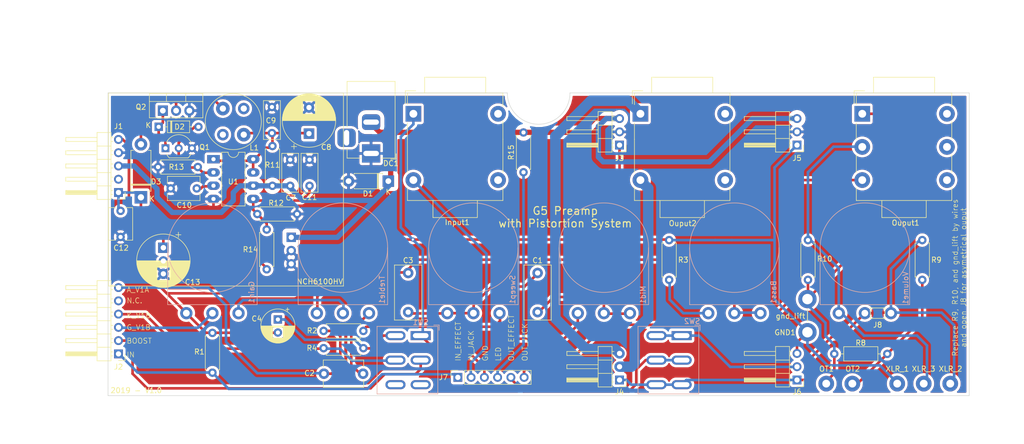
<source format=kicad_pcb>
(kicad_pcb (version 20171130) (host pcbnew "(5.1.0)-1")
  (title_block (title "Pream G5 with Pistortion System") (date 2019-04-21) (rev RC1) (company http://www.projetg5.com) (comment 2 "Licence under Creative Commons BY-NC-SA 4.0") (comment 3 "with A-wai Amplification and LemonAmps") (comment 4 http://www.projetg5.com))
  (layers (0 F.Cu signal) (31 B.Cu signal) (34 B.Paste user) (35 F.Paste user) (36 B.SilkS user) (37 F.SilkS user) (38 B.Mask user) (39 F.Mask user) (44 Edge.Cuts user))
  (net 0 "")
  (net 1 +24V)
  (net 2 "Net-(C1-Pad2)")
  (net 3 "Net-(C1-Pad1)")
  (net 4 "Net-(C2-Pad1)")
  (net 5 "Net-(C4-Pad1)")
  (net 6 "Net-(R2-Pad2)")
  (net 7 "Net-(Bass1-Pad1)")
  (net 8 "Net-(Bass1-Pad2)")
  (net 9 /SIMCAB_OUT)
  (net 10 "Net-(Gain1-Pad3)")
  (net 11 "Net-(GND1-Pad1)")
  (net 12 "Net-(OT2-Pad1)")
  (net 13 /A_V1A)
  (net 14 /G_V1B)
  (net 15 /IN_EFFECT)
  (net 16 /K_V1B)
  (net 17 "Net-(Ouput1-PadR)")
  (net 18 GNDS)
  (net 19 "Net-(J8-Pad1)")
  (net 20 /PEAK)
  (net 21 "Net-(C10-Pad1)")
  (net 22 "Net-(C11-Pad1)")
  (net 23 /HT2)
  (net 24 "Net-(D2-Pad1)")
  (net 25 "Net-(D2-Pad2)")
  (net 26 /HT1)
  (net 27 GNDREF)
  (net 28 /BOOST)
  (net 29 /LINE_OUT)
  (net 30 /HP2)
  (net 31 /HP1)
  (net 32 "Net-(J1-Pad2)")
  (net 33 "Net-(J2-Pad5)")
  (net 34 "Net-(SW1-Pad3)")
  (net 35 "Net-(SW1-Pad6)")
  (net 36 /IN_JACK)
  (net 37 /LED)
  (net 38 /OUT_EFFECT)
  (net 39 /OUT_JACK)
  (module Converter_DCDC:NCH6100HV (layer F.Cu) (at 125.1 139 180)
    (fp_text reference NCH6100HV (at 4.5 0.85 180) (layer F.SilkS))
    (fp_text value NCH6100HV)
    (pad 4 thru_hole rect (at 34.5 7.34 180) (size 1.8 1.8) (drill 1) (layers *.Cu *.Mask) (net 23 /HT2))
    (pad 5 thru_hole circle (at 34.5 4.8 180) (size 1.8 1.8) (drill 1) (layers *.Cu *.Mask) (net 27 GNDREF))
    (pad 1 thru_hole rect (at 10 9.33 180) (size 1.8 1.8) (drill 1) (layers *.Cu *.Mask) (net 1 +24V))
    (pad 2 thru_hole circle (at 10 6.79 180) (size 1.8 1.8) (drill 1) (layers *.Cu *.Mask) (net 27 GNDREF))
    (pad 3 thru_hole circle (at 10 4.25 180) (size 1.8 1.8) (drill 1) (layers *.Cu *.Mask) (net 27 GNDREF))
  )
  (module ProjectLib_main:Jack_6.35mm_Neutrik_NMJ4HCD2_Horizontal (layer F.Cu) (at 182 118.7 90)
    (fp_text reference Ouput2 (at -8.3 8.1 180) (layer F.SilkS))
    (fp_text value HP)
    (pad TN thru_hole circle (at 0 16.23 90) (size 3 3) (drill 1.5) (layers *.Cu *.Mask))
    (pad SN thru_hole circle (at 12.7 16.23 90) (size 3 3) (drill 1.5) (layers *.Cu *.Mask))
    (pad T thru_hole circle (at 0 0 90) (size 3 3) (drill 1.5) (layers *.Cu *.Mask) (net 31 /HP1))
    (pad S thru_hole rect (at 12.7 0 90) (size 3 3) (drill 1.5) (layers *.Cu *.Mask) (net 30 /HP2))
  )
  (module ProjectLib_main:Jack_6.35mm_Neutrik_NMJ4HCD2_Horizontal (layer F.Cu) (at 138.5 118.7 90)
    (fp_text reference Input1 (at -8.1 8.4 180) (layer F.SilkS))
    (fp_text value Input)
    (pad TN thru_hole circle (at 0 16.23 90) (size 3 3) (drill 1.5) (layers *.Cu *.Mask))
    (pad SN thru_hole circle (at 12.7 16.23 90) (size 3 3) (drill 1.5) (layers *.Cu *.Mask))
    (pad T thru_hole circle (at 0 0 90) (size 3 3) (drill 1.5) (layers *.Cu *.Mask) (net 36 /IN_JACK))
    (pad S thru_hole rect (at 12.7 0 90) (size 3 3) (drill 1.5) (layers *.Cu *.Mask) (net 18 GNDS))
  )
  (module Connector_Audio:Jack_3.5mm_Neutrik_NMJ6HCD2_Horizontal (layer F.Cu) (at 224.5 118.7 90)
    (fp_text reference Ouput1 (at -8.2 8.3 180) (layer F.SilkS))
    (fp_text value Out)
    (pad S thru_hole rect (at 12.7 0 90) (size 3 3) (drill 1.5) (layers *.Cu *.Mask) (net 11 "Net-(GND1-Pad1)"))
    (pad T thru_hole circle (at 0 0 90) (size 3 3) (drill 1.5) (layers *.Cu *.Mask) (net 39 /OUT_JACK))
    (pad R thru_hole circle (at 6.35 0 90) (size 3 3) (drill 1.5) (layers *.Cu *.Mask) (net 17 "Net-(Ouput1-PadR)"))
    (pad SN thru_hole circle (at 12.7 16.23 90) (size 3 3) (drill 1.5) (layers *.Cu *.Mask))
    (pad TN thru_hole circle (at 0 16.23 90) (size 3 3) (drill 1.5) (layers *.Cu *.Mask))
    (pad RN thru_hole circle (at 6.35 16.23 90) (size 3 3) (drill 1.5) (layers *.Cu *.Mask))
  )
  (module Capacitor_THT:CP_Radial_D6.3mm_P2.50mm (layer F.Cu) (at 112.54 145.41 270)
    (fp_text reference C4 (at -0.15 4.05) (layer F.SilkS))
    (fp_text value 22µF/35V)
    (pad 2 thru_hole circle (at 2.5 0 270) (size 1.6 1.6) (drill 0.8) (layers *.Cu *.Mask) (net 18 GNDS))
    (pad 1 thru_hole rect (at 0 0 270) (size 1.6 1.6) (drill 0.8) (layers *.Cu *.Mask) (net 5 "Net-(C4-Pad1)"))
  )
  (module Potentiometer_THT:Potentiometer_Omeg_PC16BU_Vertical (layer B.Cu) (at 95 144.2 90)
    (fp_text reference Gain1 (at 4 12.5 90) (layer B.SilkS) (effects (justify mirror)))
    (fp_text value "1M log")
    (pad 3 thru_hole circle (at 0 10 90) (size 2.34 2.34) (drill 1.3) (layers *.Cu *.Mask) (net 10 "Net-(Gain1-Pad3)"))
    (pad 2 thru_hole circle (at 0 5 90) (size 2.34 2.34) (drill 1.3) (layers *.Cu *.Mask) (net 14 /G_V1B))
    (pad 1 thru_hole circle (at 0 0 90) (size 2.34 2.34) (drill 1.3) (layers *.Cu *.Mask) (net 18 GNDS))
  )
  (module Potentiometer_THT:Potentiometer_Omeg_PC16BU_Vertical (layer B.Cu) (at 145 144.2 90)
    (fp_text reference Sweep1 (at 4.5 12.5 90) (layer B.SilkS) (effects (justify mirror)))
    (fp_text value "50k lin")
    (pad 3 thru_hole circle (at 0 10 90) (size 2.34 2.34) (drill 1.3) (layers *.Cu *.Mask) (net 6 "Net-(R2-Pad2)"))
    (pad 2 thru_hole circle (at 0 5 90) (size 2.34 2.34) (drill 1.3) (layers *.Cu *.Mask) (net 3 "Net-(C1-Pad1)"))
    (pad 1 thru_hole circle (at 0 0 90) (size 2.34 2.34) (drill 1.3) (layers *.Cu *.Mask) (net 3 "Net-(C1-Pad1)"))
  )
  (module Potentiometer_THT:Potentiometer_Omeg_PC16BU_Vertical (layer B.Cu) (at 170 144.2 90)
    (fp_text reference Mid1 (at 3.5 12.5 90) (layer B.SilkS) (effects (justify mirror)))
    (fp_text value "100k log")
    (pad 3 thru_hole circle (at 0 10 90) (size 2.34 2.34) (drill 1.3) (layers *.Cu *.Mask) (net 2 "Net-(C1-Pad2)"))
    (pad 2 thru_hole circle (at 0 5 90) (size 2.34 2.34) (drill 1.3) (layers *.Cu *.Mask) (net 2 "Net-(C1-Pad2)"))
    (pad 1 thru_hole circle (at 0 0 90) (size 2.34 2.34) (drill 1.3) (layers *.Cu *.Mask) (net 18 GNDS))
  )
  (module Potentiometer_THT:Potentiometer_Omeg_PC16BU_Vertical (layer B.Cu) (at 120 144.2 90)
    (fp_text reference Treble1 (at 4.5 12.5 90) (layer B.SilkS) (effects (justify mirror)))
    (fp_text value "250k lin")
    (pad 3 thru_hole circle (at 0 10 90) (size 2.34 2.34) (drill 1.3) (layers *.Cu *.Mask) (net 4 "Net-(C2-Pad1)"))
    (pad 2 thru_hole circle (at 0 5 90) (size 2.34 2.34) (drill 1.3) (layers *.Cu *.Mask) (net 10 "Net-(Gain1-Pad3)"))
    (pad 1 thru_hole circle (at 0 0 90) (size 2.34 2.34) (drill 1.3) (layers *.Cu *.Mask) (net 8 "Net-(Bass1-Pad2)"))
  )
  (module Potentiometer_THT:Potentiometer_Omeg_PC16BU_Vertical (layer B.Cu) (at 195 144.2 90)
    (fp_text reference Bass1 (at 4 12.5 90) (layer B.SilkS) (effects (justify mirror)))
    (fp_text value "250k log")
    (pad 3 thru_hole circle (at 0 10 90) (size 2.34 2.34) (drill 1.3) (layers *.Cu *.Mask) (net 8 "Net-(Bass1-Pad2)"))
    (pad 2 thru_hole circle (at 0 5 90) (size 2.34 2.34) (drill 1.3) (layers *.Cu *.Mask) (net 8 "Net-(Bass1-Pad2)"))
    (pad 1 thru_hole circle (at 0 0 90) (size 2.34 2.34) (drill 1.3) (layers *.Cu *.Mask) (net 7 "Net-(Bass1-Pad1)"))
  )
  (module Potentiometer_THT:Potentiometer_Omeg_PC16BU_Vertical (layer B.Cu) (at 220 144.2 90)
    (fp_text reference Volume1 (at 4.8 12.8 90) (layer B.SilkS) (effects (justify mirror)))
    (fp_text value 1k)
    (pad 3 thru_hole circle (at 0 10 90) (size 2.34 2.34) (drill 1.3) (layers *.Cu *.Mask) (net 19 "Net-(J8-Pad1)"))
    (pad 2 thru_hole circle (at 0 5 90) (size 2.34 2.34) (drill 1.3) (layers *.Cu *.Mask) (net 29 /LINE_OUT))
    (pad 1 thru_hole circle (at 0 0 90) (size 2.34 2.34) (drill 1.3) (layers *.Cu *.Mask) (net 17 "Net-(Ouput1-PadR)"))
  )
  (module Diode_THT:D_DO-41_SOD81_P7.62mm_Horizontal (layer F.Cu) (at 133.7 118.9 180)
    (fp_text reference D1 (at 3.9 -2.4) (layer F.SilkS))
    (fp_text value 1N4007)
    (fp_text user K (at 0 -2.1 180) (layer F.SilkS))
    (pad 1 thru_hole rect (at 0 0 180) (size 2.2 2.2) (drill 1.1) (layers *.Cu *.Mask) (net 1 +24V))
    (pad 2 thru_hole oval (at 7.62 0 180) (size 2.2 2.2) (drill 1.1) (layers *.Cu *.Mask) (net 27 GNDREF))
  )
  (module Connector_Wire:SolderWirePad_1x01_Drill2mm (layer F.Cu) (at 222.68 157.2)
    (fp_text reference OT2 (at -0.01 -2.32) (layer F.SilkS))
    (fp_text value 125A)
    (pad 1 thru_hole circle (at -0.08 0.5) (size 3 3) (drill 1.5) (layers *.Cu *.Mask) (net 12 "Net-(OT2-Pad1)"))
  )
  (module Connector_Wire:SolderWirePad_1x01_Drill2mm (layer F.Cu) (at 217.6 157.2)
    (fp_text reference OT1 (at 0.04 -2.32) (layer F.SilkS))
    (fp_text value 125A)
    (pad 1 thru_hole circle (at 0 0.5) (size 3 3) (drill 1.5) (layers *.Cu *.Mask) (net 11 "Net-(GND1-Pad1)"))
  )
  (module Connector_BarrelJack:BarrelJack_Horizontal (layer F.Cu) (at 130.4 113.6 270)
    (fp_text reference DC1 (at 1.9 -3.8) (layer F.SilkS))
    (fp_text value Barrel_Jack)
    (pad 1 thru_hole rect (at 0 0 270) (size 3.5 3.5) (drill oval 1 3) (layers *.Cu *.Mask) (net 27 GNDREF))
    (pad 2 thru_hole roundrect (at -6 0 270) (size 3 3.5) (drill oval 1 3) (layers *.Cu *.Mask) (net 1 +24V))
    (pad 3 thru_hole roundrect (at -3 4.7 270) (size 3.5 3.5) (drill oval 3 1) (layers *.Cu *.Mask))
  )
  (module Connector_Wire:SolderWirePad_1x02_P7.62mm_Drill2mm (layer F.Cu) (at 214 141.5 270)
    (fp_text reference GND1 (at 6.4 4.3) (layer F.SilkS))
    (fp_text value GND)
    (pad 1 thru_hole circle (at 0 0 270) (size 3.5 3.5) (drill 2) (layers *.Cu *.Mask) (net 11 "Net-(GND1-Pad1)"))
    (pad 2 thru_hole circle (at 6.35 0 270) (size 3.5 3.5) (drill 2) (layers *.Cu *.Mask) (net 18 GNDS))
  )
  (module Connector_Wire:SolderWirePad_1x01_Drill2mm (layer F.Cu) (at 231.2 157.2)
    (fp_text reference XLR_1 (at 0.02 -2.32) (layer F.SilkS))
    (fp_text value 1)
    (pad 1 thru_hole circle (at 0 0.5) (size 3 3) (drill 1.5) (layers *.Cu *.Mask) (net 18 GNDS))
  )
  (module Connector_Wire:SolderWirePad_1x01_Drill2mm (layer F.Cu) (at 241.36 157.2)
    (fp_text reference XLR_2 (at 0.05 -2.32) (layer F.SilkS))
    (fp_text value 2)
    (pad 1 thru_hole circle (at 0 0.5) (size 3 3) (drill 1.5) (layers *.Cu *.Mask) (net 19 "Net-(J8-Pad1)"))
  )
  (module Connector_Wire:SolderWirePad_1x01_Drill2mm (layer F.Cu) (at 236.28 157.2)
    (fp_text reference XLR_3 (at -0.03 -2.32) (layer F.SilkS))
    (fp_text value 3)
    (pad 1 thru_hole circle (at 0 0.5) (size 3 3) (drill 1.5) (layers *.Cu *.Mask) (net 17 "Net-(Ouput1-PadR)"))
  )
  (module Capacitor_THT:C_Disc_D7.5mm_W5.0mm_P7.50mm (layer F.Cu) (at 128.86 155.8 180)
    (fp_text reference C2 (at 10.26 0.1) (layer F.SilkS))
    (fp_text value 250pF)
    (pad 1 thru_hole circle (at 0 0 180) (size 2 2) (drill 1) (layers *.Cu *.Mask) (net 4 "Net-(C2-Pad1)"))
    (pad 2 thru_hole circle (at 7.5 0 180) (size 2 2) (drill 1) (layers *.Cu *.Mask) (net 13 /A_V1A))
  )
  (module Jumper:SolderJumper-2_P1.3mm_Open_Pad1.0x1.5mm (layer F.Cu) (at 227.45 144.2 180)
    (fp_text reference J8 (at 0 -2.25 180) (layer F.SilkS))
    (fp_text value "LEVEL 3-2")
    (pad 2 smd rect (at 0.65 0 180) (size 1 1.5) (layers F.Cu F.Mask) (net 29 /LINE_OUT))
    (pad 1 smd rect (at -0.65 0 180) (size 1 1.5) (layers F.Cu F.Mask) (net 19 "Net-(J8-Pad1)"))
  )
  (module Resistor_THT:R_Axial_DIN0207_L6.3mm_D2.5mm_P7.62mm_Horizontal (layer F.Cu) (at 100 155.6 90)
    (fp_text reference R1 (at 4 -2.5) (layer F.SilkS))
    (fp_text value 1M)
    (pad 1 thru_hole circle (at 0 0 90) (size 1.6 1.6) (drill 0.8) (layers *.Cu *.Mask) (net 15 /IN_EFFECT))
    (pad 2 thru_hole oval (at 7.62 0 90) (size 1.6 1.6) (drill 0.8) (layers *.Cu *.Mask) (net 18 GNDS))
  )
  (module Resistor_THT:R_Axial_DIN0207_L6.3mm_D2.5mm_P7.62mm_Horizontal (layer F.Cu) (at 121.3 147.6)
    (fp_text reference R2 (at -2.2 -0.05) (layer F.SilkS))
    (fp_text value 47k)
    (pad 1 thru_hole circle (at 0 0) (size 1.6 1.6) (drill 0.8) (layers *.Cu *.Mask) (net 13 /A_V1A))
    (pad 2 thru_hole oval (at 7.62 0) (size 1.6 1.6) (drill 0.8) (layers *.Cu *.Mask) (net 6 "Net-(R2-Pad2)"))
  )
  (module Resistor_THT:R_Axial_DIN0207_L6.3mm_D2.5mm_P7.62mm_Horizontal (layer F.Cu) (at 187.5 137.82 90)
    (fp_text reference R3 (at 3.82 2.7 180) (layer F.SilkS))
    (fp_text value 15k)
    (pad 1 thru_hole circle (at 0 0 90) (size 1.6 1.6) (drill 0.8) (layers *.Cu *.Mask) (net 7 "Net-(Bass1-Pad1)"))
    (pad 2 thru_hole oval (at 7.62 0 90) (size 1.6 1.6) (drill 0.8) (layers *.Cu *.Mask) (net 18 GNDS))
  )
  (module Resistor_THT:R_Axial_DIN0207_L6.3mm_D2.5mm_P7.62mm_Horizontal (layer F.Cu) (at 121.3 150.9)
    (fp_text reference R4 (at -2.25 0) (layer F.SilkS))
    (fp_text value 100k)
    (pad 2 thru_hole oval (at 7.62 0) (size 1.6 1.6) (drill 0.8) (layers *.Cu *.Mask) (net 5 "Net-(C4-Pad1)"))
    (pad 1 thru_hole circle (at 0 0) (size 1.6 1.6) (drill 0.8) (layers *.Cu *.Mask) (net 16 /K_V1B))
  )
  (module Resistor_THT:R_Axial_DIN0207_L6.3mm_D2.5mm_P10.16mm_Horizontal (layer F.Cu) (at 229.3 152 180)
    (fp_text reference R8 (at 5.1 2.1) (layer F.SilkS))
    (fp_text value 100R/2W)
    (pad 1 thru_hole circle (at 0 0 180) (size 1.6 1.6) (drill 0.8) (layers *.Cu *.Mask) (net 12 "Net-(OT2-Pad1)"))
    (pad 2 thru_hole oval (at 10.16 0 180) (size 1.6 1.6) (drill 0.8) (layers *.Cu *.Mask) (net 11 "Net-(GND1-Pad1)"))
  )
  (module Resistor_THT:R_Axial_DIN0207_L6.3mm_D2.5mm_P7.62mm_Horizontal (layer F.Cu) (at 236 130.2 270)
    (fp_text reference R9 (at 3.8 -2.7) (layer F.SilkS))
    (fp_text value 330R)
    (pad 2 thru_hole oval (at 7.62 0 270) (size 1.6 1.6) (drill 0.8) (layers *.Cu *.Mask) (net 12 "Net-(OT2-Pad1)"))
    (pad 1 thru_hole circle (at 0 0 270) (size 1.6 1.6) (drill 0.8) (layers *.Cu *.Mask) (net 19 "Net-(J8-Pad1)"))
  )
  (module Resistor_THT:R_Axial_DIN0207_L6.3mm_D2.5mm_P7.62mm_Horizontal (layer F.Cu) (at 214.1 130.2 270)
    (fp_text reference R10 (at 3.6 -3.2) (layer F.SilkS))
    (fp_text value 330R)
    (pad 1 thru_hole circle (at 0 0 270) (size 1.6 1.6) (drill 0.8) (layers *.Cu *.Mask) (net 17 "Net-(Ouput1-PadR)"))
    (pad 2 thru_hole oval (at 7.62 0 270) (size 1.6 1.6) (drill 0.8) (layers *.Cu *.Mask) (net 11 "Net-(GND1-Pad1)"))
  )
  (module Connector_PinHeader_2.54mm:PinHeader_1x03_P2.54mm_Horizontal (layer F.Cu) (at 178 112 180)
    (fp_text reference J3 (at 0 -2.5 180) (layer F.SilkS))
    (fp_text value PSU_AMP)
    (pad 3 thru_hole oval (at 0 5.08 180) (size 1.7 1.7) (drill 1) (layers *.Cu *.Mask) (net 1 +24V))
    (pad 2 thru_hole oval (at 0 2.54 180) (size 1.7 1.7) (drill 1) (layers *.Cu *.Mask) (net 27 GNDREF))
    (pad 1 thru_hole rect (at 0 0 180) (size 1.7 1.7) (drill 1) (layers *.Cu *.Mask) (net 18 GNDS))
  )
  (module Connector_PinHeader_2.54mm:PinHeader_1x03_P2.54mm_Horizontal (layer F.Cu) (at 212 112 180)
    (fp_text reference J5 (at 0 -2.5 180) (layer F.SilkS))
    (fp_text value PSU_SIMCAB)
    (pad 1 thru_hole rect (at 0 0 180) (size 1.7 1.7) (drill 1) (layers *.Cu *.Mask) (net 18 GNDS))
    (pad 2 thru_hole oval (at 0 2.54 180) (size 1.7 1.7) (drill 1) (layers *.Cu *.Mask) (net 27 GNDREF))
    (pad 3 thru_hole oval (at 0 5.08 180) (size 1.7 1.7) (drill 1) (layers *.Cu *.Mask) (net 1 +24V))
  )
  (module Connector_PinHeader_2.54mm:PinHeader_1x06_P2.54mm_Horizontal (layer F.Cu) (at 82 152 180)
    (fp_text reference J2 (at 0 -2.5 180) (layer F.SilkS))
    (fp_text value PCB_TUBE)
    (pad 1 thru_hole rect (at 0 0 180) (size 1.7 1.7) (drill 1) (layers *.Cu *.Mask) (net 15 /IN_EFFECT))
    (pad 2 thru_hole oval (at 0 2.54 180) (size 1.7 1.7) (drill 1) (layers *.Cu *.Mask) (net 28 /BOOST))
    (pad 3 thru_hole oval (at 0 5.08 180) (size 1.7 1.7) (drill 1) (layers *.Cu *.Mask) (net 14 /G_V1B))
    (pad 4 thru_hole oval (at 0 7.62 180) (size 1.7 1.7) (drill 1) (layers *.Cu *.Mask) (net 16 /K_V1B))
    (pad 5 thru_hole oval (at 0 10.16 180) (size 1.7 1.7) (drill 1) (layers *.Cu *.Mask) (net 33 "Net-(J2-Pad5)"))
    (pad 6 thru_hole oval (at 0 12.7 180) (size 1.7 1.7) (drill 1) (layers *.Cu *.Mask) (net 13 /A_V1A))
  )
  (module Connector_PinHeader_2.54mm:PinHeader_1x03_P2.54mm_Horizontal (layer F.Cu) (at 212 157 180)
    (fp_text reference J6 (at 0 -2.27 180) (layer F.SilkS))
    (fp_text value SIMCAB)
    (pad 1 thru_hole rect (at 0 0 180) (size 1.7 1.7) (drill 1) (layers *.Cu *.Mask) (net 29 /LINE_OUT))
    (pad 2 thru_hole oval (at 0 2.54 180) (size 1.7 1.7) (drill 1) (layers *.Cu *.Mask) (net 9 /SIMCAB_OUT))
    (pad 3 thru_hole oval (at 0 5.08 180) (size 1.7 1.7) (drill 1) (layers *.Cu *.Mask) (net 18 GNDS))
  )
  (module Connector_PinHeader_2.54mm:PinHeader_1x03_P2.54mm_Horizontal (layer F.Cu) (at 178 157 180)
    (fp_text reference J4 (at 0 -2.27 180) (layer F.SilkS))
    (fp_text value AMP)
    (pad 3 thru_hole oval (at 0 5.08 180) (size 1.7 1.7) (drill 1) (layers *.Cu *.Mask) (net 30 /HP2))
    (pad 2 thru_hole oval (at 0 2.54 180) (size 1.7 1.7) (drill 1) (layers *.Cu *.Mask) (net 31 /HP1))
    (pad 1 thru_hole rect (at 0 0 180) (size 1.7 1.7) (drill 1) (layers *.Cu *.Mask) (net 29 /LINE_OUT))
  )
  (module Capacitor_THT:C_Rect_L7.2mm_W3.0mm_P5.00mm_FKS2_FKP2_MKS2_MKP2 (layer F.Cu) (at 114.9 119.8 90)
    (fp_text reference C7 (at -2.3 0.1 180) (layer F.SilkS))
    (fp_text value 100n)
    (pad 2 thru_hole circle (at 5 0 90) (size 1.6 1.6) (drill 0.8) (layers *.Cu *.Mask) (net 27 GNDREF))
    (pad 1 thru_hole circle (at 0 0 90) (size 1.6 1.6) (drill 0.8) (layers *.Cu *.Mask) (net 1 +24V))
  )
  (module Capacitor_THT:CP_Radial_D10.0mm_P5.00mm (layer F.Cu) (at 118.5 109.8 90)
    (fp_text reference C8 (at -2.6 3.3 180) (layer F.SilkS))
    (fp_text value 470µ)
    (pad 2 thru_hole circle (at 5 0 90) (size 2 2) (drill 1) (layers *.Cu *.Mask) (net 27 GNDREF))
    (pad 1 thru_hole rect (at 0 0 90) (size 2 2) (drill 1) (layers *.Cu *.Mask) (net 20 /PEAK))
  )
  (module Capacitor_THT:C_Rect_L7.2mm_W3.0mm_P5.00mm_FKS2_FKP2_MKS2_MKP2 (layer F.Cu) (at 111.4 109.7 90)
    (fp_text reference C9 (at 2.4 -0.2 180) (layer F.SilkS))
    (fp_text value 100n)
    (pad 1 thru_hole circle (at 0 0 90) (size 1.6 1.6) (drill 0.8) (layers *.Cu *.Mask) (net 20 /PEAK))
    (pad 2 thru_hole circle (at 5 0 90) (size 1.6 1.6) (drill 0.8) (layers *.Cu *.Mask) (net 27 GNDREF))
  )
  (module Capacitor_THT:C_Disc_D6.0mm_W4.4mm_P5.00mm (layer F.Cu) (at 97 120.3 180)
    (fp_text reference C10 (at 2.4 -3.2 180) (layer F.SilkS))
    (fp_text value 470p)
    (pad 1 thru_hole circle (at 0 0 180) (size 1.6 1.6) (drill 0.8) (layers *.Cu *.Mask) (net 21 "Net-(C10-Pad1)"))
    (pad 2 thru_hole circle (at 5 0 180) (size 1.6 1.6) (drill 0.8) (layers *.Cu *.Mask) (net 27 GNDREF))
  )
  (module Capacitor_THT:C_Rect_L7.2mm_W3.0mm_P5.00mm_FKS2_FKP2_MKS2_MKP2 (layer F.Cu) (at 118.6 119.8 90)
    (fp_text reference C11 (at -2.2 0 180) (layer F.SilkS))
    (fp_text value 100n)
    (pad 1 thru_hole circle (at 0 0 90) (size 1.6 1.6) (drill 0.8) (layers *.Cu *.Mask) (net 22 "Net-(C11-Pad1)"))
    (pad 2 thru_hole circle (at 5 0 90) (size 1.6 1.6) (drill 0.8) (layers *.Cu *.Mask) (net 27 GNDREF))
  )
  (module Capacitor_THT:C_Disc_D6.0mm_W4.4mm_P5.00mm (layer F.Cu) (at 82.4 124.6 270)
    (fp_text reference C12 (at 7.1 -0.1 180) (layer F.SilkS))
    (fp_text value 10n/400V)
    (pad 2 thru_hole circle (at 5 0 270) (size 1.6 1.6) (drill 0.8) (layers *.Cu *.Mask) (net 27 GNDREF))
    (pad 1 thru_hole circle (at 0 0 270) (size 1.6 1.6) (drill 0.8) (layers *.Cu *.Mask) (net 23 /HT2))
  )
  (module Capacitor_THT:CP_Radial_D10.0mm_P5.00mm (layer F.Cu) (at 90.6 131.66 270)
    (fp_text reference C13 (at 6.6 -5.6) (layer F.SilkS))
    (fp_text value 4.7µ/350V)
    (pad 1 thru_hole rect (at 0 0 270) (size 2 2) (drill 1) (layers *.Cu *.Mask) (net 23 /HT2))
    (pad 2 thru_hole circle (at 5 0 270) (size 2 2) (drill 1) (layers *.Cu *.Mask) (net 27 GNDREF))
  )
  (module Diode_THT:D_DO-35_SOD27_P7.62mm_Horizontal (layer F.Cu) (at 89.7 108.5)
    (fp_text reference D2 (at 4 0) (layer F.SilkS))
    (fp_text value 1N4148)
    (fp_text user K (at -2 -0.3) (layer F.SilkS))
    (pad 1 thru_hole rect (at 0 0) (size 1.6 1.6) (drill 0.8) (layers *.Cu *.Mask) (net 24 "Net-(D2-Pad1)"))
    (pad 2 thru_hole oval (at 7.62 0) (size 1.6 1.6) (drill 0.8) (layers *.Cu *.Mask) (net 25 "Net-(D2-Pad2)"))
  )
  (module Diode_THT:D_DO-15_P10.16mm_Horizontal (layer F.Cu) (at 86.3 122 90)
    (fp_text reference D3 (at 3 2.9 180) (layer F.SilkS))
    (fp_text value BYV26)
    (fp_text user K (at -0.3 2.1 180) (layer F.SilkS))
    (pad 1 thru_hole rect (at 0 0 90) (size 2.4 2.4) (drill 1.2) (layers *.Cu *.Mask) (net 23 /HT2))
    (pad 2 thru_hole oval (at 10.16 0 90) (size 2.4 2.4) (drill 1.2) (layers *.Cu *.Mask) (net 26 /HT1))
  )
  (module Package_TO_SOT_THT:TO-92_Inline_Wide (layer F.Cu) (at 91 112.6)
    (fp_text reference Q1 (at 7.5 -0.2) (layer F.SilkS))
    (fp_text value MPS751)
    (pad 2 thru_hole circle (at 2.54 0 90) (size 1.5 1.5) (drill 0.8) (layers *.Cu *.Mask) (net 25 "Net-(D2-Pad2)"))
    (pad 3 thru_hole circle (at 5.08 0 90) (size 1.5 1.5) (drill 0.8) (layers *.Cu *.Mask) (net 27 GNDREF))
    (pad 1 thru_hole rect (at 0 0 90) (size 1.5 1.5) (drill 0.8) (layers *.Cu *.Mask) (net 24 "Net-(D2-Pad1)"))
  )
  (module Package_TO_SOT_THT:TO-220-3_Vertical (layer F.Cu) (at 90.5 105.4)
    (fp_text reference Q2 (at -4.2 -0.7) (layer F.SilkS))
    (fp_text value IRF740)
    (pad 1 thru_hole rect (at 0 0) (size 1.905 2) (drill 1.1) (layers *.Cu *.Mask) (net 24 "Net-(D2-Pad1)"))
    (pad 2 thru_hole oval (at 2.54 0) (size 1.905 2) (drill 1.1) (layers *.Cu *.Mask) (net 26 /HT1))
    (pad 3 thru_hole oval (at 5.08 0) (size 1.905 2) (drill 1.1) (layers *.Cu *.Mask) (net 27 GNDREF))
  )
  (module Resistor_THT:R_Axial_DIN0207_L6.3mm_D2.5mm_P7.62mm_Horizontal (layer F.Cu) (at 111.5 119.8 90)
    (fp_text reference R11 (at 4 0 180) (layer F.SilkS))
    (fp_text value 0.22R)
    (pad 2 thru_hole oval (at 7.62 0 90) (size 1.6 1.6) (drill 0.8) (layers *.Cu *.Mask) (net 20 /PEAK))
    (pad 1 thru_hole circle (at 0 0 90) (size 1.6 1.6) (drill 0.8) (layers *.Cu *.Mask) (net 1 +24V))
  )
  (module Resistor_THT:R_Axial_DIN0207_L6.3mm_D2.5mm_P7.62mm_Horizontal (layer F.Cu) (at 108.6 125.2)
    (fp_text reference R12 (at 3.6 -2.1) (layer F.SilkS))
    (fp_text value 1.8k)
    (pad 2 thru_hole oval (at 7.62 0) (size 1.6 1.6) (drill 0.8) (layers *.Cu *.Mask) (net 27 GNDREF))
    (pad 1 thru_hole circle (at 0 0) (size 1.6 1.6) (drill 0.8) (layers *.Cu *.Mask) (net 22 "Net-(C11-Pad1)"))
  )
  (module Resistor_THT:R_Axial_DIN0207_L6.3mm_D2.5mm_P7.62mm_Horizontal (layer F.Cu) (at 97.2 116.2 180)
    (fp_text reference R13 (at 4.1 0 180) (layer F.SilkS))
    (fp_text value 1k)
    (pad 1 thru_hole circle (at 0 0 180) (size 1.6 1.6) (drill 0.8) (layers *.Cu *.Mask) (net 25 "Net-(D2-Pad2)"))
    (pad 2 thru_hole oval (at 7.62 0 180) (size 1.6 1.6) (drill 0.8) (layers *.Cu *.Mask) (net 27 GNDREF))
  )
  (module Resistor_THT:R_Axial_DIN0207_L6.3mm_D2.5mm_P7.62mm_Horizontal (layer F.Cu) (at 110.4 135.8 90)
    (fp_text reference R14 (at 3.8 -3.1) (layer F.SilkS))
    (fp_text value 430k)
    (pad 1 thru_hole circle (at 0 0 90) (size 1.6 1.6) (drill 0.8) (layers *.Cu *.Mask) (net 23 /HT2))
    (pad 2 thru_hole oval (at 7.62 0 90) (size 1.6 1.6) (drill 0.8) (layers *.Cu *.Mask) (net 22 "Net-(C11-Pad1)"))
  )
  (module Package_DIP:DIP-8_W7.62mm_LongPads (layer F.Cu) (at 100.2 114.7)
    (fp_text reference U1 (at 3.8 4.3) (layer F.SilkS))
    (fp_text value MC34063AP)
    (pad 1 thru_hole rect (at 0 0) (size 2.4 1.6) (drill 0.8) (layers *.Cu *.Mask) (net 20 /PEAK))
    (pad 5 thru_hole oval (at 7.62 7.62) (size 2.4 1.6) (drill 0.8) (layers *.Cu *.Mask) (net 22 "Net-(C11-Pad1)"))
    (pad 2 thru_hole oval (at 0 2.54) (size 2.4 1.6) (drill 0.8) (layers *.Cu *.Mask) (net 25 "Net-(D2-Pad2)"))
    (pad 6 thru_hole oval (at 7.62 5.08) (size 2.4 1.6) (drill 0.8) (layers *.Cu *.Mask) (net 1 +24V))
    (pad 3 thru_hole oval (at 0 5.08) (size 2.4 1.6) (drill 0.8) (layers *.Cu *.Mask) (net 21 "Net-(C10-Pad1)"))
    (pad 7 thru_hole oval (at 7.62 2.54) (size 2.4 1.6) (drill 0.8) (layers *.Cu *.Mask) (net 20 /PEAK))
    (pad 4 thru_hole oval (at 0 7.62) (size 2.4 1.6) (drill 0.8) (layers *.Cu *.Mask) (net 27 GNDREF))
    (pad 8 thru_hole oval (at 7.62 0) (size 2.4 1.6) (drill 0.8) (layers *.Cu *.Mask) (net 20 /PEAK))
  )
  (module ProjectLib_main:L_Radial_D10.5mm_P5.00mm_MuRATA_1200RS (layer F.Cu) (at 106 110 180)
    (fp_text reference L1 (at -2 -2.5 180) (layer F.SilkS))
    (fp_text value 220µH/1.5A)
    (pad 2 thru_hole circle (at 4 5 180) (size 2.6 2.6) (drill 1.2) (layers *.Cu *.Mask) (net 26 /HT1))
    (pad 1 thru_hole circle (at 0 0 180) (size 2.6 2.6) (drill 1.2) (layers *.Cu *.Mask) (net 20 /PEAK))
    (pad "" thru_hole circle (at 0 5 180) (size 2.2 2.2) (drill 1.2) (layers *.Cu *.Mask))
    (pad "" thru_hole circle (at 4 0 180) (size 2.2 2.2) (drill 1.2) (layers *.Cu *.Mask))
  )
  (module Switch_lever:SW_CK_Lever_DPDT_72xx (layer B.Cu) (at 189.9 148.5 180)
    (fp_text reference SW2 (at -2 2.75) (layer B.SilkS) (effects (justify mirror)))
    (fp_text value SIMCAB)
    (pad 1 thru_hole rect (at 0 0 180) (size 3.85 1.73) (drill oval 2.99 0.96) (layers *.Cu *.Mask) (net 9 /SIMCAB_OUT))
    (pad 2 thru_hole oval (at 0 -4.7 180) (size 3.85 1.73) (drill oval 2.99 0.96) (layers *.Cu *.Mask) (net 38 /OUT_EFFECT))
    (pad 3 thru_hole oval (at 0 -9.4 180) (size 3.85 1.73) (drill oval 2.99 0.96) (layers *.Cu *.Mask) (net 29 /LINE_OUT))
    (pad 5 thru_hole oval (at 4.83 -4.7 180) (size 3.85 1.73) (drill oval 2.99 0.96) (layers *.Cu *.Mask) (net 38 /OUT_EFFECT))
    (pad 6 thru_hole oval (at 4.83 -9.4 180) (size 3.85 1.73) (drill oval 2.99 0.96) (layers *.Cu *.Mask) (net 29 /LINE_OUT))
    (pad 4 thru_hole oval (at 4.83 0 180) (size 3.85 1.73) (drill oval 2.99 0.96) (layers *.Cu *.Mask) (net 9 /SIMCAB_OUT))
  )
  (module Connector_PinHeader_2.54mm:PinHeader_1x05_P2.54mm_Horizontal (layer F.Cu) (at 82 121.08 180)
    (fp_text reference J1 (at 0 12.68 180) (layer F.SilkS))
    (fp_text value PSU_TUBE)
    (pad 1 thru_hole rect (at 0 0 180) (size 1.7 1.7) (drill 1) (layers *.Cu *.Mask) (net 23 /HT2))
    (pad 2 thru_hole oval (at 0 2.54 180) (size 1.7 1.7) (drill 1) (layers *.Cu *.Mask) (net 32 "Net-(J1-Pad2)"))
    (pad 3 thru_hole oval (at 0 5.08 180) (size 1.7 1.7) (drill 1) (layers *.Cu *.Mask) (net 1 +24V))
    (pad 4 thru_hole oval (at 0 7.62 180) (size 1.7 1.7) (drill 1) (layers *.Cu *.Mask) (net 27 GNDREF))
    (pad 5 thru_hole oval (at 0 10.16 180) (size 1.7 1.7) (drill 1) (layers *.Cu *.Mask) (net 18 GNDS))
  )
  (module Switch_lever:SW_CK_Lever_DPDT_72xx (layer B.Cu) (at 139.9 148.5 180)
    (fp_text reference SW1 (at 0 2.54) (layer B.SilkS) (effects (justify mirror)))
    (fp_text value Boost)
    (pad 1 thru_hole rect (at 0 0 180) (size 3.85 1.73) (drill oval 2.99 0.96) (layers *.Cu *.Mask) (net 18 GNDS))
    (pad 2 thru_hole oval (at 0 -4.7 180) (size 3.85 1.73) (drill oval 2.99 0.96) (layers *.Cu *.Mask) (net 28 /BOOST))
    (pad 3 thru_hole oval (at 0 -9.4 180) (size 3.85 1.73) (drill oval 2.99 0.96) (layers *.Cu *.Mask) (net 34 "Net-(SW1-Pad3)"))
    (pad 5 thru_hole oval (at 4.83 -4.7 180) (size 3.85 1.73) (drill oval 2.99 0.96) (layers *.Cu *.Mask) (net 16 /K_V1B))
    (pad 6 thru_hole oval (at 4.83 -9.4 180) (size 3.85 1.73) (drill oval 2.99 0.96) (layers *.Cu *.Mask) (net 35 "Net-(SW1-Pad6)"))
    (pad 4 thru_hole oval (at 4.83 0 180) (size 3.85 1.73) (drill oval 2.99 0.96) (layers *.Cu *.Mask) (net 5 "Net-(C4-Pad1)"))
  )
  (module Capacitor_THT:C_Rect_L10.3mm_W5.0mm_P7.50mm_MKS4 (layer F.Cu) (at 162.3 136.5 270)
    (fp_text reference C1 (at -2.4 0) (layer F.SilkS))
    (fp_text value 47nF)
    (pad 2 thru_hole circle (at 7.5 0 270) (size 2 2) (drill 1) (layers *.Cu *.Mask) (net 2 "Net-(C1-Pad2)"))
    (pad 1 thru_hole circle (at 0 0 270) (size 2 2) (drill 1) (layers *.Cu *.Mask) (net 3 "Net-(C1-Pad1)"))
  )
  (module Capacitor_THT:C_Rect_L10.3mm_W5.0mm_P7.50mm_MKS4 (layer F.Cu) (at 137.5 136.5 270)
    (fp_text reference C3 (at -2.4 0) (layer F.SilkS))
    (fp_text value 100nF)
    (pad 1 thru_hole circle (at 0 0 270) (size 2 2) (drill 1) (layers *.Cu *.Mask) (net 8 "Net-(Bass1-Pad2)"))
    (pad 2 thru_hole circle (at 7.5 0 270) (size 2 2) (drill 1) (layers *.Cu *.Mask) (net 3 "Net-(C1-Pad1)"))
  )
  (module Connector_PinSocket_2.54mm:PinSocket_1x06_P2.54mm_Vertical (layer F.Cu) (at 147.02 156.5 90)
    (fp_text reference J7 (at 0 -2.77 180) (layer F.SilkS))
    (fp_text value 3PDT)
    (pad 1 thru_hole rect (at 0 0 90) (size 1.7 1.7) (drill 1) (layers *.Cu *.Mask) (net 15 /IN_EFFECT))
    (pad 2 thru_hole oval (at 0 2.54 90) (size 1.7 1.7) (drill 1) (layers *.Cu *.Mask) (net 36 /IN_JACK))
    (pad 3 thru_hole oval (at 0 5.08 90) (size 1.7 1.7) (drill 1) (layers *.Cu *.Mask) (net 18 GNDS))
    (pad 4 thru_hole oval (at 0 7.62 90) (size 1.7 1.7) (drill 1) (layers *.Cu *.Mask) (net 37 /LED))
    (pad 5 thru_hole oval (at 0 10.16 90) (size 1.7 1.7) (drill 1) (layers *.Cu *.Mask) (net 38 /OUT_EFFECT))
    (pad 6 thru_hole oval (at 0 12.7 90) (size 1.7 1.7) (drill 1) (layers *.Cu *.Mask) (net 39 /OUT_JACK))
  )
  (module Resistor_THT:R_Axial_DIN0207_L6.3mm_D2.5mm_P7.62mm_Horizontal (layer F.Cu) (at 159.6 117.2 90)
    (fp_text reference R15 (at 3.81 -2.37 90) (layer F.SilkS))
    (fp_text value 100k)
    (pad 1 thru_hole circle (at 0 0 90) (size 1.6 1.6) (drill 0.8) (layers *.Cu *.Mask) (net 37 /LED))
    (pad 2 thru_hole oval (at 7.62 0 90) (size 1.6 1.6) (drill 0.8) (layers *.Cu *.Mask) (net 1 +24V))
  )
  (gr_text IN_EFFECT (at 147.07 149.603333 90) (layer F.SilkS) (effects (font (size 1 1) (thickness 0.1))))
  (gr_text A_V1A (at 85.72 139.72) (layer F.SilkS) (effects (font (size 1 1) (thickness 0.1))))
  (gr_text N.C. (at 85.077143 141.8) (layer F.SilkS) (effects (font (size 1 1) (thickness 0.1))))
  (gr_text K_V1B (at 85.862857 144.66) (layer F.SilkS) (effects (font (size 1 1) (thickness 0.1))))
  (gr_text G_V1B (at 85.862857 146.93) (layer F.SilkS) (effects (font (size 1 1) (thickness 0.1))))
  (gr_text BOOST (at 85.981905 149.51) (layer F.SilkS) (effects (font (size 1 1) (thickness 0.1))))
  (gr_text IN (at 84.339048 152.16) (layer F.SilkS) (effects (font (size 1 1) (thickness 0.1))))
  (gr_text OUT_JACK (at 159.87 149.77 90) (layer F.SilkS) (effects (font (size 1 1) (thickness 0.1))))
  (gr_text OUT_EFFECT (at 157.27 148.936666 90) (layer F.SilkS) (effects (font (size 1 1) (thickness 0.1))))
  (gr_text LED (at 154.77 152.031904 90) (layer F.SilkS) (effects (font (size 1 1) (thickness 0.1))))
  (gr_text GND (at 152.27 151.88 90) (layer F.SilkS) (effects (font (size 1 1) (thickness 0.1))))
  (gr_text IN_JACK (at 149.57 150.436666 90) (layer F.SilkS) (effects (font (size 1 1) (thickness 0.1))))
  (gr_text "2019 - V1.0" (at 85.4 159) (layer F.SilkS) (effects (font (size 1 1))))
  (gr_text "G5 Preamp\nwith Pistortion System" (at 167.6 125.8) (layer F.SilkS) (effects (font (size 1.5 1.5) (thickness 0.2))))
  (gr_text "Replace R9, R10, and gnd_lift by wires\nand open J8 for asymetrical ouput" (at 243.1 137.4 90) (layer F.SilkS) (effects (font (size 1 1) (thickness 0.1))))
  (gr_text gnd_lift (at 210.75 144.75) (layer F.SilkS) (effects (font (size 1 1))))
  (gr_line (start 214 143.5) (end 214 145.75) (layer F.SilkS) (width 0.15))
  (gr_arc (start 162.5 102) (end 156.5 102) (angle -180) (layer Edge.Cuts) (width 0.1))
  (gr_line (start 80 102) (end 156.5 102) (layer Edge.Cuts) (width 0.1))
  (gr_line (start 80 160) (end 80 102) (layer Edge.Cuts) (width 0.1))
  (gr_line (start 245 102) (end 168.5 102) (layer Edge.Cuts) (width 0.1))
  (gr_line (start 245 160) (end 245 102) (layer Edge.Cuts) (width 0.1))
  (gr_line (start 80 160) (end 245 160) (layer Edge.Cuts) (width 0.1))
  (segment (start 82 116) (end 81.9 116.1) (width 1) (layer F.Cu) (net 1))
  (segment (start 82.1 116) (end 82.05 116) (width 1) (layer B.Cu) (net 1))
  (segment (start 83.202081 116) (end 82 116) (width 1) (layer B.Cu) (net 1))
  (segment (start 85 116) (end 83.202081 116) (width 1) (layer B.Cu) (net 1))
  (segment (start 89.359998 120.359998) (end 85 116) (width 1) (layer B.Cu) (net 1))
  (segment (start 170.550001 109.549999) (end 134.700001 109.549999) (width 1) (layer F.Cu) (net 1))
  (segment (start 178.1 106.9) (end 173.2 106.9) (width 1) (layer F.Cu) (net 1))
  (segment (start 173.2 106.9) (end 170.550001 109.549999) (width 1) (layer F.Cu) (net 1))
  (segment (start 134.700001 109.549999) (end 134.449999 109.549999) (width 1) (layer F.Cu) (net 1))
  (segment (start 134.449999 109.549999) (end 132.049999 109.549999) (width 1) (layer F.Cu) (net 1))
  (segment (start 132.049999 109.549999) (end 130.1 107.6) (width 1) (layer F.Cu) (net 1))
  (segment (start 89.4 121.5) (end 89.4 120.4) (width 1) (layer B.Cu) (net 1))
  (segment (start 92.3 124.9) (end 89.4 122) (width 1) (layer B.Cu) (net 1))
  (segment (start 107.54 119.8) (end 105.3 119.8) (width 1) (layer B.Cu) (net 1))
  (segment (start 107.82 120.08) (end 107.54 119.8) (width 1) (layer B.Cu) (net 1))
  (segment (start 89.4 122) (end 89.4 121.5) (width 1) (layer B.Cu) (net 1))
  (segment (start 105.3 119.8) (end 104 121.1) (width 1) (layer B.Cu) (net 1))
  (segment (start 104 121.1) (end 104 122.6) (width 1) (layer B.Cu) (net 1))
  (segment (start 104 122.6) (end 101.7 124.9) (width 1) (layer B.Cu) (net 1))
  (segment (start 101.7 124.9) (end 92.3 124.9) (width 1) (layer B.Cu) (net 1))
  (segment (start 111.8 119.8) (end 107.8 119.8) (width 1) (layer B.Cu) (net 1))
  (segment (start 114.5 119.8) (end 111.8 119.8) (width 1) (layer B.Cu) (net 1))
  (segment (start 117.3 122.6) (end 114.5 119.8) (width 1) (layer B.Cu) (net 1))
  (segment (start 131 122.6) (end 117.3 122.6) (width 1) (layer B.Cu) (net 1))
  (segment (start 123.93 129.67) (end 131 122.6) (width 1) (layer B.Cu) (net 1))
  (segment (start 115.1 129.67) (end 123.93 129.67) (width 1) (layer B.Cu) (net 1))
  (segment (start 133.8 119.8) (end 131 122.6) (width 1) (layer B.Cu) (net 1))
  (segment (start 133.7 118.8) (end 133.8 118.9) (width 1) (layer B.Cu) (net 1))
  (segment (start 133.8 118.9) (end 133.8 119.8) (width 1) (layer B.Cu) (net 1))
  (segment (start 134.153294 118.546706) (end 133.8 118.9) (width 1) (layer F.Cu) (net 1))
  (segment (start 134.700001 109.549999) (end 134.153294 110.096706) (width 1) (layer F.Cu) (net 1))
  (segment (start 134.153294 110.096706) (end 134.153294 118.546706) (width 1) (layer F.Cu) (net 1))
  (segment (start 175.45 106.9) (end 178.1 106.9) (width 1) (layer B.Cu) (net 1))
  (segment (start 203.5 106.9) (end 195.2 115.2) (width 1) (layer B.Cu) (net 1))
  (segment (start 195.2 115.2) (end 174.85 115.2) (width 1) (layer B.Cu) (net 1))
  (segment (start 174.85 115.2) (end 173.95 114.3) (width 1) (layer B.Cu) (net 1))
  (segment (start 173.95 114.3) (end 173.95 108.4) (width 1) (layer B.Cu) (net 1))
  (segment (start 212 106.9) (end 203.5 106.9) (width 1) (layer B.Cu) (net 1))
  (segment (start 173.95 108.4) (end 175.45 106.9) (width 1) (layer B.Cu) (net 1))
  (segment (start 175.2 144.3) (end 175.1 144.2) (width 0.5) (layer F.Cu) (net 2))
  (segment (start 180 144.3) (end 175.2 144.3) (width 0.5) (layer F.Cu) (net 2))
  (segment (start 175 144) (end 175 144.3) (width 0.5) (layer F.Cu) (net 2))
  (segment (start 175 142.3) (end 175 144) (width 0.5) (layer F.Cu) (net 2))
  (segment (start 173.8 141.1) (end 175 142.3) (width 0.5) (layer F.Cu) (net 2))
  (segment (start 165.4 141.1) (end 173.8 141.1) (width 0.5) (layer F.Cu) (net 2))
  (segment (start 162.3 144.2) (end 165.4 141.1) (width 0.5) (layer F.Cu) (net 2))
  (segment (start 145 144.2) (end 150 144.2) (width 0.5) (layer F.Cu) (net 3))
  (segment (start 137.554186 144.254186) (end 137.5 144.2) (width 0.5) (layer F.Cu) (net 3))
  (segment (start 144.95 144.3) (end 144.904186 144.254186) (width 0.5) (layer F.Cu) (net 3))
  (segment (start 144.904186 144.254186) (end 137.554186 144.254186) (width 0.5) (layer F.Cu) (net 3))
  (segment (start 150.05 142.55) (end 150.05 144.15) (width 0.5) (layer F.Cu) (net 3))
  (segment (start 153.5 139.1) (end 150.05 142.55) (width 0.5) (layer F.Cu) (net 3))
  (segment (start 162.4 136.5) (end 159.8 139.1) (width 0.5) (layer F.Cu) (net 3))
  (segment (start 159.8 139.1) (end 153.5 139.1) (width 0.5) (layer F.Cu) (net 3))
  (segment (start 128.3 155.8) (end 128.8 155.8) (width 0.5) (layer F.Cu) (net 4))
  (segment (start 126.6 154.1) (end 128.3 155.8) (width 0.5) (layer F.Cu) (net 4))
  (segment (start 126.6 146.7) (end 126.6 154.1) (width 0.5) (layer F.Cu) (net 4))
  (segment (start 127.930001 145.369999) (end 126.6 146.7) (width 0.5) (layer F.Cu) (net 4))
  (segment (start 130 144.2) (end 128.830001 145.369999) (width 0.5) (layer F.Cu) (net 4))
  (segment (start 128.830001 145.369999) (end 127.930001 145.369999) (width 0.5) (layer F.Cu) (net 4))
  (segment (start 130.25 150.95) (end 131.6 149.6) (width 0.5) (layer F.Cu) (net 5))
  (segment (start 128.87 150.95) (end 130.25 150.95) (width 0.5) (layer F.Cu) (net 5))
  (segment (start 131.6 149.6) (end 132.7 148.5) (width 0.5) (layer F.Cu) (net 5))
  (segment (start 132.7 148.5) (end 135.4 148.5) (width 0.5) (layer F.Cu) (net 5))
  (segment (start 127.242551 149.292551) (end 128.85 150.9) (width 0.5) (layer B.Cu) (net 5))
  (segment (start 117.726553 149.292551) (end 127.242551 149.292551) (width 0.5) (layer B.Cu) (net 5))
  (segment (start 112.4 145.41) (end 113.844002 145.41) (width 0.5) (layer B.Cu) (net 5))
  (segment (start 113.844002 145.41) (end 117.726553 149.292551) (width 0.5) (layer B.Cu) (net 5))
  (segment (start 155.1 145.7) (end 155.1 144.2) (width 0.5) (layer F.Cu) (net 6))
  (segment (start 154 146.8) (end 155.1 145.7) (width 0.5) (layer F.Cu) (net 6))
  (segment (start 128.8 147.5) (end 129.5 146.8) (width 0.5) (layer F.Cu) (net 6))
  (segment (start 129.5 146.8) (end 154 146.8) (width 0.5) (layer F.Cu) (net 6))
  (segment (start 190.2 144.2) (end 195 144.2) (width 0.5) (layer B.Cu) (net 7))
  (segment (start 187.6 141.6) (end 190.2 144.2) (width 0.5) (layer B.Cu) (net 7))
  (segment (start 187.55 137.85) (end 187.6 137.9) (width 0.5) (layer B.Cu) (net 7))
  (segment (start 187.6 137.9) (end 187.6 141.6) (width 0.5) (layer B.Cu) (net 7))
  (segment (start 200.1 144.1) (end 205 144.1) (width 0.5) (layer B.Cu) (net 8))
  (segment (start 200 144.1) (end 200.1 144.2) (width 0.5) (layer F.Cu) (net 8))
  (segment (start 200 139.5) (end 200 144.1) (width 0.5) (layer F.Cu) (net 8))
  (segment (start 194.45 133.95) (end 200 139.5) (width 0.5) (layer F.Cu) (net 8))
  (segment (start 119.9 144.2) (end 120.1 144) (width 0.5) (layer F.Cu) (net 8))
  (segment (start 120.1 144) (end 120.1 141) (width 0.5) (layer F.Cu) (net 8))
  (segment (start 120.1 141) (end 124.7 136.4) (width 0.5) (layer F.Cu) (net 8))
  (segment (start 124.7 136.4) (end 136.9 136.4) (width 0.5) (layer F.Cu) (net 8))
  (segment (start 136.9 136.4) (end 139.35 133.95) (width 0.5) (layer F.Cu) (net 8))
  (segment (start 139.35 133.95) (end 194.45 133.95) (width 0.5) (layer F.Cu) (net 8))
  (segment (start 185.17 153.2) (end 187.345 153.2) (width 0.5) (layer B.Cu) (net 38))
  (segment (start 187.345 153.2) (end 190.1 153.2) (width 0.5) (layer B.Cu) (net 38))
  (segment (start 159.59999 159.19999) (end 156.9 156.5) (width 0.5) (layer F.Cu) (net 38))
  (segment (start 179.80001 159.19999) (end 159.59999 159.19999) (width 0.5) (layer F.Cu) (net 38))
  (segment (start 181.2 157.8) (end 179.80001 159.19999) (width 0.5) (layer F.Cu) (net 38))
  (segment (start 181.2 154.995) (end 181.2 157.8) (width 0.5) (layer F.Cu) (net 38))
  (segment (start 185.17 153.2) (end 182.995 153.2) (width 0.5) (layer F.Cu) (net 38))
  (segment (start 182.995 153.2) (end 181.2 154.995) (width 0.5) (layer F.Cu) (net 38))
  (segment (start 199.2 154.5) (end 212 154.5) (width 0.5) (layer B.Cu) (net 9))
  (segment (start 185.17 148.5) (end 193.2 148.5) (width 0.5) (layer B.Cu) (net 9))
  (segment (start 193.2 148.5) (end 199.2 154.5) (width 0.5) (layer B.Cu) (net 9))
  (segment (start 104.9 144.2) (end 105 144.1) (width 0.5) (layer F.Cu) (net 10))
  (segment (start 125.1 142.55) (end 125.1 143.2) (width 0.5) (layer B.Cu) (net 10))
  (segment (start 124.25 141.7) (end 125.1 142.55) (width 0.5) (layer B.Cu) (net 10))
  (segment (start 105.85 141.7) (end 124.25 141.7) (width 0.5) (layer B.Cu) (net 10))
  (segment (start 105 144.1) (end 105 142.55) (width 0.5) (layer B.Cu) (net 10))
  (segment (start 105 142.55) (end 105.85 141.7) (width 0.5) (layer B.Cu) (net 10))
  (segment (start 214.1 137.5) (end 214.1 141.5) (width 0.5) (layer F.Cu) (net 11))
  (segment (start 214.1 142.7) (end 214.1 141.3) (width 0.5) (layer F.Cu) (net 11))
  (segment (start 219.149999 155.730001) (end 219.149999 151.999999) (width 0.5) (layer F.Cu) (net 11))
  (segment (start 217.4 157.48) (end 219.149999 155.730001) (width 0.5) (layer F.Cu) (net 11))
  (segment (start 219.149999 151.999999) (end 219.1 151.95) (width 0.5) (layer F.Cu) (net 11))
  (segment (start 217.45 146.05) (end 214.1 142.7) (width 0.5) (layer B.Cu) (net 11))
  (segment (start 217.45 148.55) (end 217.45 146.05) (width 0.5) (layer B.Cu) (net 11))
  (segment (start 219.149999 150.249999) (end 217.45 148.55) (width 0.5) (layer B.Cu) (net 11))
  (segment (start 219.1 151.900002) (end 219.149999 151.950001) (width 0.5) (layer B.Cu) (net 11))
  (segment (start 219.149999 151.950001) (end 219.149999 150.249999) (width 0.5) (layer B.Cu) (net 11))
  (segment (start 215.749999 139.750001) (end 214 141.5) (width 0.5) (layer F.Cu) (net 11))
  (segment (start 228.5 127) (end 215.749999 139.750001) (width 0.5) (layer F.Cu) (net 11))
  (segment (start 228.5 107.7) (end 228.5 127) (width 0.5) (layer F.Cu) (net 11))
  (segment (start 224.5 106) (end 226.8 106) (width 0.5) (layer F.Cu) (net 11))
  (segment (start 226.8 106) (end 228.5 107.7) (width 0.5) (layer F.Cu) (net 11))
  (segment (start 236 138) (end 235.9 137.9) (width 0.5) (layer B.Cu) (net 12))
  (segment (start 236 145.3) (end 236 138) (width 0.5) (layer F.Cu) (net 12))
  (segment (start 236 145.3) (end 229.3 152) (width 0.5) (layer F.Cu) (net 12))
  (segment (start 224.07 157.23) (end 222.78 157.23) (width 0.5) (layer F.Cu) (net 12))
  (segment (start 229.3 152) (end 224.07 157.23) (width 0.5) (layer F.Cu) (net 12))
  (segment (start 122.814213 155.8) (end 124.5 154.114213) (width 0.5) (layer F.Cu) (net 13))
  (segment (start 121.4 155.8) (end 122.814213 155.8) (width 0.5) (layer F.Cu) (net 13))
  (segment (start 124.5 154.114213) (end 124.5 150.8) (width 0.5) (layer F.Cu) (net 13))
  (segment (start 124.5 150.8) (end 124.5 148.6) (width 0.5) (layer F.Cu) (net 13))
  (segment (start 124.5 148.6) (end 123.5 147.6) (width 0.5) (layer F.Cu) (net 13))
  (segment (start 123.5 147.6) (end 121.3 147.6) (width 0.5) (layer F.Cu) (net 13))
  (segment (start 108.6 155.7) (end 121.4 155.7) (width 0.5) (layer B.Cu) (net 13))
  (segment (start 102.6 149.7) (end 108.6 155.7) (width 0.5) (layer B.Cu) (net 13))
  (segment (start 102.6 142.7) (end 102.6 149.7) (width 0.5) (layer B.Cu) (net 13))
  (segment (start 82 139.3) (end 99.2 139.3) (width 0.5) (layer B.Cu) (net 13))
  (segment (start 99.2 139.3) (end 102.6 142.7) (width 0.5) (layer B.Cu) (net 13))
  (segment (start 82.1 147) (end 82 146.9) (width 0.5) (layer F.Cu) (net 14))
  (segment (start 96.3 147) (end 82.1 147) (width 0.5) (layer B.Cu) (net 14))
  (segment (start 100 144.2) (end 99.95 144.2) (width 0.5) (layer F.Cu) (net 14))
  (segment (start 97.2 147) (end 96.4 147) (width 0.5) (layer B.Cu) (net 14))
  (segment (start 99.95 144.2) (end 99.95 144.25) (width 0.5) (layer B.Cu) (net 14))
  (segment (start 99.95 144.25) (end 97.2 147) (width 0.5) (layer B.Cu) (net 14))
  (segment (start 85.666947 155.566947) (end 82.1 152) (width 0.5) (layer B.Cu) (net 15))
  (segment (start 146.4 155.9) (end 132.5 155.9) (width 0.5) (layer B.Cu) (net 15))
  (segment (start 147 156.5) (end 146.4 155.9) (width 0.5) (layer F.Cu) (net 15))
  (segment (start 132.5 155.9) (end 129.7 158.7) (width 0.5) (layer B.Cu) (net 15))
  (segment (start 129.7 158.7) (end 103.1 158.7) (width 0.5) (layer B.Cu) (net 15))
  (segment (start 103.1 158.7) (end 99.966947 155.566947) (width 0.5) (layer B.Cu) (net 15))
  (segment (start 99.966947 155.566947) (end 85.666947 155.566947) (width 0.5) (layer B.Cu) (net 15))
  (segment (start 82 144.38) (end 82.02 144.4) (width 0.5) (layer B.Cu) (net 16))
  (segment (start 132.3 153.3) (end 135.2 153.3) (width 0.5) (layer B.Cu) (net 16))
  (segment (start 126.75 153.3) (end 132.3 153.3) (width 0.5) (layer B.Cu) (net 16))
  (segment (start 124.45 151) (end 126.75 153.3) (width 0.5) (layer B.Cu) (net 16))
  (segment (start 82.02 144.4) (end 87.1 144.4) (width 0.5) (layer F.Cu) (net 16))
  (segment (start 87.1 144.4) (end 93.7 151) (width 0.5) (layer F.Cu) (net 16))
  (segment (start 121.3 151) (end 124.45 151) (width 0.5) (layer B.Cu) (net 16))
  (segment (start 93.7 151) (end 121.3 151) (width 0.5) (layer F.Cu) (net 16))
  (segment (start 220 135.6) (end 220 144.2) (width 0.5) (layer B.Cu) (net 17))
  (segment (start 219 112.3) (end 214.1 117.2) (width 0.5) (layer B.Cu) (net 17))
  (segment (start 224.4 112.3) (end 219 112.3) (width 0.5) (layer B.Cu) (net 17))
  (segment (start 214.1 117.2) (end 214.1 129.4) (width 0.5) (layer B.Cu) (net 17))
  (segment (start 214.1 129.4) (end 214.5 129.8) (width 0.5) (layer B.Cu) (net 17))
  (segment (start 214.5 129.8) (end 214.2 129.8) (width 0.5) (layer B.Cu) (net 17))
  (segment (start 214.2 129.8) (end 220 135.6) (width 0.5) (layer B.Cu) (net 17))
  (segment (start 236.9 150.4) (end 236.9 157.7) (width 0.5) (layer B.Cu) (net 17))
  (segment (start 235 148.5) (end 236.9 150.4) (width 0.5) (layer B.Cu) (net 17))
  (segment (start 220 143.654629) (end 224.845371 148.5) (width 0.5) (layer B.Cu) (net 17))
  (segment (start 224.845371 148.5) (end 235 148.5) (width 0.5) (layer B.Cu) (net 17))
  (segment (start 212 151.92) (end 212 149.8) (width 0.5) (layer F.Cu) (net 18))
  (segment (start 212 149.8) (end 214 147.8) (width 0.5) (layer F.Cu) (net 18))
  (segment (start 214 150.35) (end 214 148) (width 0.5) (layer B.Cu) (net 18))
  (segment (start 217.85 154.2) (end 214 150.35) (width 0.5) (layer B.Cu) (net 18))
  (segment (start 231.14 157.48) (end 227.86 154.2) (width 0.5) (layer B.Cu) (net 18))
  (segment (start 227.86 154.2) (end 217.85 154.2) (width 0.5) (layer B.Cu) (net 18))
  (segment (start 187.5 130.25) (end 187.55 130.2) (width 0.5) (layer B.Cu) (net 18))
  (segment (start 187.55 130.2) (end 196.35 130.2) (width 0.5) (layer B.Cu) (net 18))
  (segment (start 112.255396 147.954604) (end 112.29 147.92) (width 0.5) (layer F.Cu) (net 18))
  (segment (start 104.954604 147.954604) (end 112.255396 147.954604) (width 0.5) (layer F.Cu) (net 18))
  (segment (start 98.754604 147.954604) (end 104.954604 147.954604) (width 0.5) (layer F.Cu) (net 18))
  (segment (start 95 144.2) (end 98.754604 147.954604) (width 0.5) (layer F.Cu) (net 18))
  (segment (start 82.8 110.9) (end 82 110.9) (width 0.5) (layer F.Cu) (net 18))
  (segment (start 84 112.1) (end 82.8 110.9) (width 0.5) (layer F.Cu) (net 18))
  (segment (start 84 133.15) (end 84 112.1) (width 0.5) (layer F.Cu) (net 18))
  (segment (start 95.125 144.275) (end 85.625 134.775) (width 0.5) (layer F.Cu) (net 18))
  (segment (start 85.625 134.775) (end 84 133.15) (width 0.5) (layer F.Cu) (net 18))
  (segment (start 196.35 130.2) (end 199.5 130.2) (width 0.5) (layer B.Cu) (net 18))
  (segment (start 187.45 130.2) (end 187.35 130.1) (width 0.5) (layer F.Cu) (net 18))
  (segment (start 187.35 130.1) (end 167.5 130.1) (width 0.5) (layer F.Cu) (net 18))
  (segment (start 178 129) (end 178 112) (width 0.5) (layer F.Cu) (net 18))
  (segment (start 167.5 130.1) (end 176.9 130.1) (width 0.5) (layer F.Cu) (net 18))
  (segment (start 176.9 130.1) (end 178 129) (width 0.5) (layer F.Cu) (net 18))
  (segment (start 91.25 140.4) (end 85.625 134.775) (width 0.5) (layer F.Cu) (net 18))
  (segment (start 115.6 140.4) (end 91.25 140.4) (width 0.5) (layer F.Cu) (net 18))
  (segment (start 122.8 133.2) (end 115.6 140.4) (width 0.5) (layer F.Cu) (net 18))
  (segment (start 128.3 133.2) (end 122.8 133.2) (width 0.5) (layer F.Cu) (net 18))
  (segment (start 167.5 130.1) (end 131.4 130.1) (width 0.5) (layer F.Cu) (net 18))
  (segment (start 131.4 130.1) (end 128.3 133.2) (width 0.5) (layer F.Cu) (net 18))
  (segment (start 138.799999 130.499999) (end 138.4 130.1) (width 0.5) (layer B.Cu) (net 18))
  (segment (start 140.3 132) (end 138.799999 130.499999) (width 0.5) (layer B.Cu) (net 18))
  (segment (start 139.9 148.5) (end 140.3 148.1) (width 0.5) (layer B.Cu) (net 18))
  (segment (start 140.3 148.1) (end 140.3 132) (width 0.5) (layer B.Cu) (net 18))
  (segment (start 138.000001 129.700001) (end 138.4 130.1) (width 0.5) (layer B.Cu) (net 18))
  (segment (start 136.1 127.8) (end 138.000001 129.700001) (width 0.5) (layer B.Cu) (net 18))
  (segment (start 136.1 110.4) (end 136.1 127.8) (width 0.5) (layer B.Cu) (net 18))
  (segment (start 138.5 106) (end 138.5 108) (width 0.5) (layer B.Cu) (net 18))
  (segment (start 138.5 108) (end 136.1 110.4) (width 0.5) (layer B.Cu) (net 18))
  (segment (start 207.7 130.2) (end 199.5 130.2) (width 0.5) (layer B.Cu) (net 18))
  (segment (start 207.7 141.55) (end 214 147.85) (width 0.5) (layer B.Cu) (net 18))
  (segment (start 207.7 130.2) (end 207.7 141.55) (width 0.5) (layer B.Cu) (net 18))
  (segment (start 207.7 116.3) (end 207.7 130.2) (width 0.5) (layer B.Cu) (net 18))
  (segment (start 212 112) (end 207.7 116.3) (width 0.5) (layer B.Cu) (net 18))
  (segment (start 140.15 148.7) (end 140 148.7) (width 0.5) (layer B.Cu) (net 18))
  (segment (start 141.55 150.1) (end 140.15 148.7) (width 0.5) (layer F.Cu) (net 18))
  (segment (start 147.5 150.1) (end 141.55 150.1) (width 0.5) (layer F.Cu) (net 18))
  (segment (start 152.1 156.5) (end 152.1 154.7) (width 0.5) (layer F.Cu) (net 18))
  (segment (start 152.1 154.7) (end 147.5 150.1) (width 0.5) (layer F.Cu) (net 18))
  (segment (start 170 144.1) (end 169.95 144.05) (width 0.5) (layer F.Cu) (net 18))
  (segment (start 170 146.45) (end 170 144.1) (width 0.5) (layer F.Cu) (net 18))
  (segment (start 167.35 149.1) (end 170 146.45) (width 0.5) (layer F.Cu) (net 18))
  (segment (start 152.1 154.7) (end 157.7 149.1) (width 0.5) (layer F.Cu) (net 18))
  (segment (start 157.7 149.1) (end 167.35 149.1) (width 0.5) (layer F.Cu) (net 18))
  (via (at 138.4 130.1) (size 0.8) (drill 0.4) (layers F.Cu B.Cu) (net 18))
  (segment (start 229.9 144.1) (end 230 144.2) (width 0.5) (layer F.Cu) (net 19))
  (segment (start 228.2 144.1) (end 229.9 144.1) (width 0.5) (layer F.Cu) (net 19))
  (segment (start 230 144.2) (end 230.1 144.1) (width 0.5) (layer F.Cu) (net 19))
  (segment (start 242.1 146.5) (end 242.1 157.5) (width 0.5) (layer B.Cu) (net 19))
  (segment (start 235.6 130.1) (end 230 135.7) (width 0.5) (layer B.Cu) (net 19))
  (segment (start 235.9 130.1) (end 235.6 130.1) (width 0.5) (layer B.Cu) (net 19))
  (segment (start 230 135.7) (end 230 144) (width 0.5) (layer B.Cu) (net 19))
  (segment (start 230 144) (end 230.1 144.1) (width 0.5) (layer B.Cu) (net 19))
  (segment (start 230.1 144.1) (end 239.7 144.1) (width 0.5) (layer B.Cu) (net 19))
  (segment (start 239.7 144.1) (end 242.1 146.5) (width 0.5) (layer B.Cu) (net 19))
  (segment (start 111.5 109.7) (end 118.4 109.7) (width 0.5) (layer F.Cu) (net 20))
  (segment (start 111.5 109.7) (end 111.5 112.5) (width 0.5) (layer F.Cu) (net 20))
  (segment (start 111.5 112.5) (end 110.3 112.5) (width 0.5) (layer F.Cu) (net 20))
  (segment (start 110.3 112.5) (end 107.8 115) (width 0.5) (layer F.Cu) (net 20))
  (segment (start 111.5 109.7) (end 106.3 109.7) (width 0.5) (layer F.Cu) (net 20))
  (segment (start 100.2 115) (end 107.8 115) (width 0.5) (layer F.Cu) (net 20))
  (segment (start 107.8 115) (end 107.8 117.5) (width 0.5) (layer F.Cu) (net 20))
  (segment (start 100.1 119.9) (end 100.2 119.8) (width 0.5) (layer F.Cu) (net 21))
  (segment (start 98.2 119.9) (end 100.1 119.9) (width 0.5) (layer F.Cu) (net 21))
  (segment (start 97 120.3) (end 97.8 120.3) (width 0.5) (layer F.Cu) (net 21))
  (segment (start 97.8 120.3) (end 98.2 119.9) (width 0.5) (layer F.Cu) (net 21))
  (segment (start 118.6 121.1) (end 118.6 119.8) (width 0.5) (layer F.Cu) (net 22))
  (segment (start 117.08 122.62) (end 118.6 121.1) (width 0.5) (layer F.Cu) (net 22))
  (segment (start 107.82 122.62) (end 117.08 122.62) (width 0.5) (layer F.Cu) (net 22))
  (segment (start 108.6 125.2) (end 107.82 124.42) (width 0.5) (layer F.Cu) (net 22))
  (segment (start 107.82 124.42) (end 107.82 122.62) (width 0.5) (layer F.Cu) (net 22))
  (segment (start 110.4 127) (end 108.6 125.2) (width 0.5) (layer F.Cu) (net 22))
  (segment (start 110.4 128.2) (end 110.4 127) (width 0.5) (layer F.Cu) (net 22))
  (segment (start 82 121.08) (end 86.28 121.08) (width 0.5) (layer B.Cu) (net 23))
  (segment (start 86.28 121.08) (end 86.3 121.1) (width 0.5) (layer B.Cu) (net 23))
  (segment (start 86.3 125) (end 86.3 121.1) (width 0.5) (layer F.Cu) (net 23))
  (segment (start 90.4 129.1) (end 86.3 125) (width 0.5) (layer F.Cu) (net 23))
  (segment (start 103.9 129.1) (end 90.4 129.1) (width 0.5) (layer F.Cu) (net 23))
  (segment (start 110.4 135.9) (end 110.4 135.6) (width 0.5) (layer F.Cu) (net 23))
  (segment (start 110.4 135.6) (end 103.9 129.1) (width 0.5) (layer F.Cu) (net 23))
  (segment (start 82 121.08) (end 82 124) (width 0.5) (layer B.Cu) (net 23))
  (segment (start 82 124) (end 82.6 124.6) (width 0.5) (layer B.Cu) (net 23))
  (segment (start 90.6 131.66) (end 90.6 129.2) (width 0.5) (layer F.Cu) (net 23))
  (segment (start 90.5 105.4) (end 90.5 107.7) (width 0.5) (layer F.Cu) (net 24))
  (segment (start 90.5 107.7) (end 89.7 108.5) (width 0.5) (layer F.Cu) (net 24))
  (segment (start 89.7 109.8) (end 91 111.1) (width 0.5) (layer F.Cu) (net 24))
  (segment (start 89.7 108.5) (end 89.7 109.8) (width 0.5) (layer F.Cu) (net 24))
  (segment (start 91 111.1) (end 91 112.7) (width 0.5) (layer F.Cu) (net 24))
  (segment (start 93.54 111.53934) (end 96.57934 108.5) (width 0.5) (layer F.Cu) (net 25))
  (segment (start 93.54 112.6) (end 93.54 111.53934) (width 0.5) (layer F.Cu) (net 25))
  (segment (start 96.57934 108.5) (end 97.3 108.5) (width 0.5) (layer F.Cu) (net 25))
  (segment (start 97.3 108.5) (end 97.2 108.5) (width 0.5) (layer F.Cu) (net 25))
  (segment (start 98.2 117.3) (end 100.2 117.3) (width 0.5) (layer F.Cu) (net 25))
  (segment (start 97.2 116.3) (end 98.2 117.3) (width 0.5) (layer F.Cu) (net 25))
  (segment (start 94.9 116.3) (end 97.2 116.3) (width 0.5) (layer F.Cu) (net 25))
  (segment (start 93.54 112.6) (end 93.54 114.94) (width 0.5) (layer F.Cu) (net 25))
  (segment (start 93.54 114.94) (end 94.9 116.3) (width 0.5) (layer F.Cu) (net 25))
  (segment (start 93.04 103.9) (end 92.24 103.1) (width 0.5) (layer F.Cu) (net 26))
  (segment (start 93.04 105.4) (end 93.04 103.9) (width 0.5) (layer F.Cu) (net 26))
  (segment (start 92.24 103.1) (end 89.497498 103.1) (width 0.5) (layer F.Cu) (net 26))
  (segment (start 89.497498 103.1) (end 87.9 103.1) (width 0.5) (layer F.Cu) (net 26))
  (segment (start 87.9 103.1) (end 86.3 104.7) (width 0.5) (layer F.Cu) (net 26))
  (segment (start 86.3 104.7) (end 86.3 110.9) (width 0.5) (layer F.Cu) (net 26))
  (segment (start 86.3 110.9) (end 86.3 111) (width 0.5) (layer F.Cu) (net 26))
  (segment (start 100.1 103.1) (end 102 105) (width 0.5) (layer F.Cu) (net 26))
  (segment (start 93.04 103.9) (end 93.8 103.1) (width 0.5) (layer F.Cu) (net 26))
  (segment (start 93.8 103.1) (end 100.1 103.1) (width 0.5) (layer F.Cu) (net 26))
  (segment (start 139.9 154.9) (end 139.9 153.2) (width 0.5) (layer F.Cu) (net 28))
  (segment (start 83.66 149.46) (end 84.7 150.5) (width 0.5) (layer F.Cu) (net 28))
  (segment (start 138.9 155.9) (end 139.9 154.9) (width 0.5) (layer F.Cu) (net 28))
  (segment (start 82 149.46) (end 83.66 149.46) (width 0.5) (layer F.Cu) (net 28))
  (segment (start 84.7 150.5) (end 84.7 155.8) (width 0.5) (layer F.Cu) (net 28))
  (segment (start 84.7 155.8) (end 87.5 158.6) (width 0.5) (layer F.Cu) (net 28))
  (segment (start 133 155.9) (end 138.9 155.9) (width 0.5) (layer F.Cu) (net 28))
  (segment (start 87.5 158.6) (end 130.3 158.6) (width 0.5) (layer F.Cu) (net 28))
  (segment (start 130.3 158.6) (end 133 155.9) (width 0.5) (layer F.Cu) (net 28))
  (segment (start 226.8 144.2) (end 225 144.2) (width 0.5) (layer F.Cu) (net 29))
  (segment (start 225 144.2) (end 223.079999 146.120001) (width 0.5) (layer F.Cu) (net 29))
  (segment (start 223.079999 146.120001) (end 220.5 148.7) (width 0.5) (layer F.Cu) (net 29))
  (segment (start 220.5 148.7) (end 218.7 148.7) (width 0.5) (layer F.Cu) (net 29))
  (segment (start 218.7 148.7) (end 214.7 152.7) (width 0.5) (layer F.Cu) (net 29))
  (segment (start 214.7 152.7) (end 214.7 156.5) (width 0.5) (layer F.Cu) (net 29))
  (segment (start 214.7 156.5) (end 214.2 157) (width 0.5) (layer F.Cu) (net 29))
  (segment (start 214.2 157) (end 212 157) (width 0.5) (layer F.Cu) (net 29))
  (segment (start 179.35 157) (end 180.25 157.9) (width 0.5) (layer B.Cu) (net 29))
  (segment (start 178 157) (end 179.35 157) (width 0.5) (layer B.Cu) (net 29))
  (segment (start 180.25 157.9) (end 185.1 157.9) (width 0.5) (layer B.Cu) (net 29))
  (segment (start 185.1 157.9) (end 190.1 157.9) (width 0.5) (layer B.Cu) (net 29))
  (segment (start 212 157) (end 190.8 157) (width 0.5) (layer B.Cu) (net 29))
  (segment (start 190.8 157) (end 189.9 157.9) (width 0.5) (layer B.Cu) (net 29))
  (segment (start 179.6 103.5) (end 181.9 105.8) (width 2) (layer B.Cu) (net 30))
  (segment (start 177.150001 151.070001) (end 171.570001 151.070001) (width 2) (layer B.Cu) (net 30))
  (segment (start 178 151.92) (end 177.150001 151.070001) (width 2) (layer B.Cu) (net 30))
  (segment (start 171.570001 151.070001) (end 165.7 145.2) (width 2) (layer B.Cu) (net 30))
  (segment (start 165.7 145.2) (end 165.7 110.3) (width 2) (layer B.Cu) (net 30))
  (segment (start 165.7 110.3) (end 172.5 103.5) (width 2) (layer B.Cu) (net 30))
  (segment (start 172.5 103.5) (end 179.6 103.5) (width 2) (layer B.Cu) (net 30))
  (segment (start 183.5 120.3) (end 182 118.8) (width 2) (layer B.Cu) (net 31))
  (segment (start 183.5 145.1) (end 183.5 120.3) (width 2) (layer B.Cu) (net 31))
  (segment (start 180.9 147.7) (end 183.5 145.1) (width 2) (layer B.Cu) (net 31))
  (segment (start 180.9 153.8) (end 180.9 147.7) (width 2) (layer B.Cu) (net 31))
  (segment (start 178 154.46) (end 180.24 154.46) (width 2) (layer B.Cu) (net 31))
  (segment (start 180.24 154.46) (end 180.9 153.8) (width 2) (layer B.Cu) (net 31))
  (segment (start 138.5 118.8) (end 138.5 118.7) (width 0.5) (layer B.Cu) (net 36))
  (segment (start 152.5 132.8) (end 138.5 118.8) (width 0.5) (layer B.Cu) (net 36))
  (segment (start 152.5 150.7) (end 152.5 132.8) (width 0.5) (layer B.Cu) (net 36))
  (segment (start 149.5 156.5) (end 149.5 153.7) (width 0.5) (layer B.Cu) (net 36))
  (segment (start 149.5 153.7) (end 152.5 150.7) (width 0.5) (layer B.Cu) (net 36))
  (segment (start 159.6 120.6) (end 159.6 117.2) (width 0.5) (layer B.Cu) (net 37))
  (segment (start 159.6 150.3) (end 159.6 120.6) (width 0.5) (layer B.Cu) (net 37))
  (segment (start 154.64 156.5) (end 154.64 155.26) (width 0.5) (layer B.Cu) (net 37))
  (segment (start 154.64 155.26) (end 159.6 150.3) (width 0.5) (layer B.Cu) (net 37))
  (segment (start 159.7 155.3) (end 159.7 156.5) (width 0.5) (layer F.Cu) (net 39))
  (segment (start 160.7 154.3) (end 159.7 155.3) (width 0.5) (layer F.Cu) (net 39))
  (segment (start 167.5 154.3) (end 160.7 154.3) (width 0.5) (layer F.Cu) (net 39))
  (segment (start 212.9 118.7) (end 210.1 121.5) (width 0.5) (layer F.Cu) (net 39))
  (segment (start 224.5 118.7) (end 212.9 118.7) (width 0.5) (layer F.Cu) (net 39))
  (segment (start 210.1 121.5) (end 210.1 142.25) (width 0.5) (layer F.Cu) (net 39))
  (segment (start 210.1 142.25) (end 205.931453 146.418547) (width 0.5) (layer F.Cu) (net 39))
  (segment (start 205.931453 146.418547) (end 175.381453 146.418547) (width 0.5) (layer F.Cu) (net 39))
  (segment (start 175.381453 146.418547) (end 167.5 154.3) (width 0.5) (layer F.Cu) (net 39))
  (zone (net 27) (net_name GNDREF) (layer F.Cu) (connect_pads (clearance 0.508)) (min_thickness 0.254) (fill yes (arc_segments 32) (thermal_gap 0.508) (thermal_bridge_width 0.508))
    (polygon (pts (xy 64.6 89.4) (xy 64.6 164.8) (xy 250.4 164.8) (xy 250.4 89.6) (xy 64.8 89.6)))
  )
  (zone (net 27) (net_name GNDREF) (layer B.Cu) (connect_pads (clearance 0.508)) (min_thickness 0.254) (fill yes (arc_segments 32) (thermal_gap 0.508) (thermal_bridge_width 0.508))
    (polygon (pts (xy 59.3 84.2) (xy 59.3 169.3) (xy 255.5 169.3) (xy 255.5 84.2)))
  )
)
</source>
